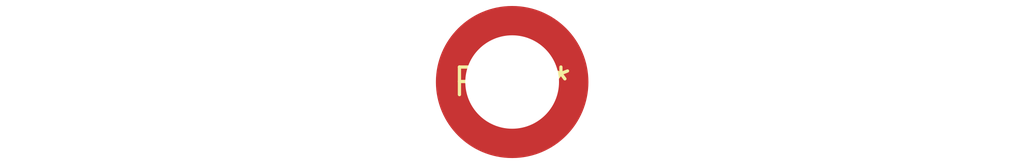
<source format=kicad_pcb>
(kicad_pcb (version 20240108) (generator pcbnew)
  (layers (0 "F.Cu" signal) (31 "B.Cu" signal) (34 "B.Paste" user) (35 "F.Paste" user) (36 "B.SilkS" user "B.Silkscreen") (37 "F.SilkS" user "F.Silkscreen") (38 "B.Mask" user) (39 "F.Mask" user) (44 "Edge.Cuts" user))
  (net 0 "")
  (footprint "MountingHole_4.3mm_M4_ISO14580_Pad_TopOnly" (layer "F.Cu") (at 0 0)
    (property "Reference" "REF**")
    (property "Value" "MountingHole_4.3mm_M4_ISO14580_Pad_TopOnly")
    (pad "1" thru_hole circle (at 0 0) (size 4.7 4.7) (drill 4.3) (layers *.Cu *.Mask) (remove_unused_layers))
    (pad "1" connect circle (at 0 0) (size 7 7) (layers "F.Cu" "F.Mask"))
  )
)
</source>
